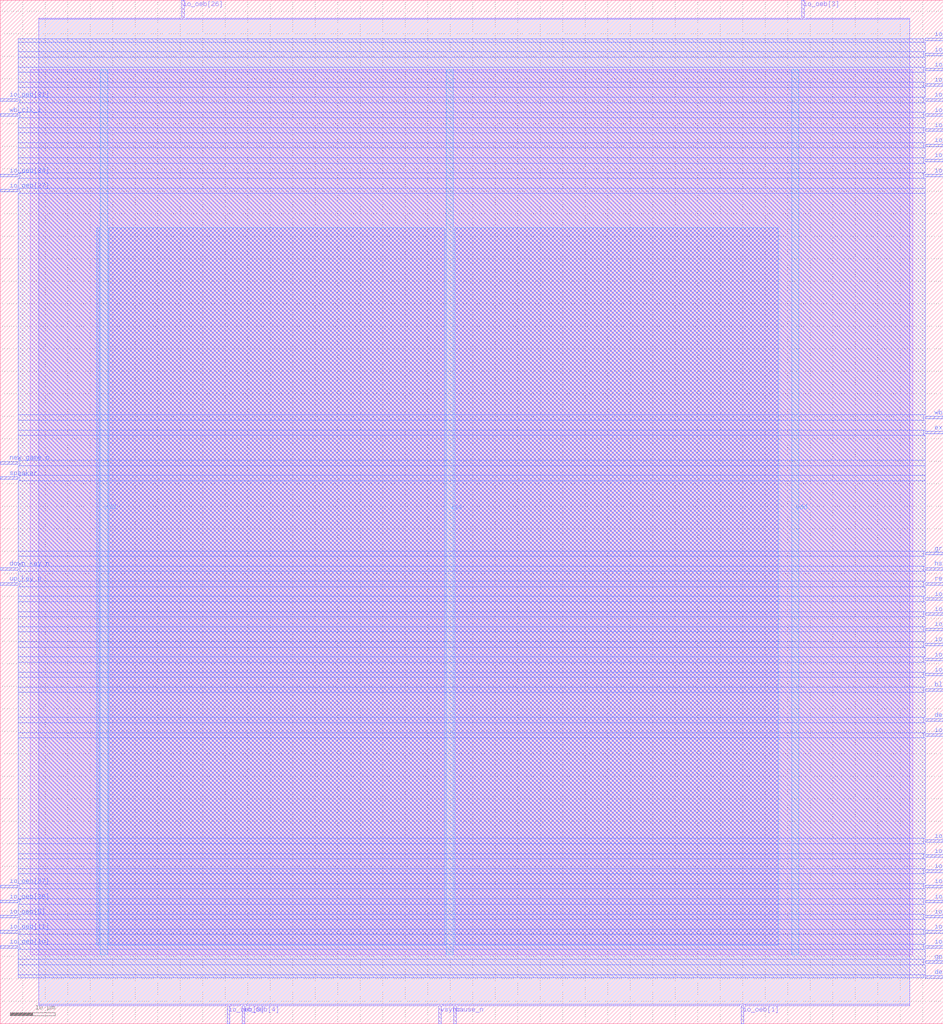
<source format=lef>
VERSION 5.7 ;
  NOWIREEXTENSIONATPIN ON ;
  DIVIDERCHAR "/" ;
  BUSBITCHARS "[]" ;
MACRO solo_squash_caravel_gf180
  CLASS BLOCK ;
  FOREIGN solo_squash_caravel_gf180 ;
  ORIGIN 0.000 0.000 ;
  SIZE 209.505 BY 227.425 ;
  PIN blue
    DIRECTION OUTPUT TRISTATE ;
    USE SIGNAL ;
    ANTENNADIFFAREA 2.080400 ;
    PORT
      LAYER Metal3 ;
        RECT 205.505 73.920 209.505 74.480 ;
    END
  END blue
  PIN debug_design_reset
    DIRECTION OUTPUT TRISTATE ;
    USE SIGNAL ;
    ANTENNADIFFAREA 1.986000 ;
    PORT
      LAYER Metal3 ;
        RECT 205.505 67.200 209.505 67.760 ;
    END
  END debug_design_reset
  PIN debug_gpio_ready
    DIRECTION OUTPUT TRISTATE ;
    USE SIGNAL ;
    ANTENNADIFFAREA 2.080400 ;
    PORT
      LAYER Metal3 ;
        RECT 205.505 10.080 209.505 10.640 ;
    END
  END debug_gpio_ready
  PIN down_key_n
    DIRECTION INPUT ;
    USE SIGNAL ;
    ANTENNAGATEAREA 0.741000 ;
    ANTENNADIFFAREA 0.410400 ;
    PORT
      LAYER Metal3 ;
        RECT 0.000 100.800 4.000 101.360 ;
    END
  END down_key_n
  PIN ext_reset_n
    DIRECTION INPUT ;
    USE SIGNAL ;
    ANTENNAGATEAREA 0.741000 ;
    ANTENNADIFFAREA 0.410400 ;
    PORT
      LAYER Metal3 ;
        RECT 205.505 131.040 209.505 131.600 ;
    END
  END ext_reset_n
  PIN gpio_ready
    DIRECTION INPUT ;
    USE SIGNAL ;
    ANTENNAGATEAREA 0.741000 ;
    ANTENNADIFFAREA 0.410400 ;
    PORT
      LAYER Metal3 ;
        RECT 205.505 13.440 209.505 14.000 ;
    END
  END gpio_ready
  PIN green
    DIRECTION OUTPUT TRISTATE ;
    USE SIGNAL ;
    ANTENNADIFFAREA 1.986000 ;
    PORT
      LAYER Metal3 ;
        RECT 205.505 104.160 209.505 104.720 ;
    END
  END green
  PIN hsync
    DIRECTION OUTPUT TRISTATE ;
    USE SIGNAL ;
    ANTENNADIFFAREA 2.080400 ;
    PORT
      LAYER Metal3 ;
        RECT 205.505 100.800 209.505 101.360 ;
    END
  END hsync
  PIN io_oeb[0]
    DIRECTION OUTPUT TRISTATE ;
    USE SIGNAL ;
    ANTENNADIFFAREA 0.536800 ;
    PORT
      LAYER Metal3 ;
        RECT 205.505 218.400 209.505 218.960 ;
    END
  END io_oeb[0]
  PIN io_oeb[10]
    DIRECTION OUTPUT TRISTATE ;
    USE SIGNAL ;
    ANTENNADIFFAREA 0.536800 ;
    PORT
      LAYER Metal3 ;
        RECT 0.000 16.800 4.000 17.360 ;
    END
  END io_oeb[10]
  PIN io_oeb[11]
    DIRECTION OUTPUT TRISTATE ;
    USE SIGNAL ;
    ANTENNADIFFAREA 0.536800 ;
    PORT
      LAYER Metal3 ;
        RECT 0.000 20.160 4.000 20.720 ;
    END
  END io_oeb[11]
  PIN io_oeb[12]
    DIRECTION OUTPUT TRISTATE ;
    USE SIGNAL ;
    ANTENNADIFFAREA 0.536800 ;
    PORT
      LAYER Metal3 ;
        RECT 205.505 201.600 209.505 202.160 ;
    END
  END io_oeb[12]
  PIN io_oeb[13]
    DIRECTION OUTPUT TRISTATE ;
    USE SIGNAL ;
    ANTENNADIFFAREA 2.080400 ;
    PORT
      LAYER Metal3 ;
        RECT 205.505 77.280 209.505 77.840 ;
    END
  END io_oeb[13]
  PIN io_oeb[14]
    DIRECTION OUTPUT TRISTATE ;
    USE SIGNAL ;
    ANTENNADIFFAREA 2.080400 ;
    PORT
      LAYER Metal3 ;
        RECT 205.505 87.360 209.505 87.920 ;
    END
  END io_oeb[14]
  PIN io_oeb[15]
    DIRECTION OUTPUT TRISTATE ;
    USE SIGNAL ;
    ANTENNADIFFAREA 2.080400 ;
    PORT
      LAYER Metal3 ;
        RECT 205.505 90.720 209.505 91.280 ;
    END
  END io_oeb[15]
  PIN io_oeb[16]
    DIRECTION OUTPUT TRISTATE ;
    USE SIGNAL ;
    ANTENNADIFFAREA 2.080400 ;
    PORT
      LAYER Metal3 ;
        RECT 205.505 84.000 209.505 84.560 ;
    END
  END io_oeb[16]
  PIN io_oeb[17]
    DIRECTION OUTPUT TRISTATE ;
    USE SIGNAL ;
    ANTENNADIFFAREA 2.080400 ;
    PORT
      LAYER Metal3 ;
        RECT 205.505 94.080 209.505 94.640 ;
    END
  END io_oeb[17]
  PIN io_oeb[18]
    DIRECTION OUTPUT TRISTATE ;
    USE SIGNAL ;
    ANTENNADIFFAREA 1.986000 ;
    PORT
      LAYER Metal3 ;
        RECT 205.505 80.640 209.505 81.200 ;
    END
  END io_oeb[18]
  PIN io_oeb[19]
    DIRECTION OUTPUT TRISTATE ;
    USE SIGNAL ;
    ANTENNADIFFAREA 0.360800 ;
    PORT
      LAYER Metal3 ;
        RECT 205.505 16.800 209.505 17.360 ;
    END
  END io_oeb[19]
  PIN io_oeb[1]
    DIRECTION OUTPUT TRISTATE ;
    USE SIGNAL ;
    ANTENNADIFFAREA 0.536800 ;
    PORT
      LAYER Metal2 ;
        RECT 164.640 0.000 165.200 4.000 ;
    END
  END io_oeb[1]
  PIN io_oeb[20]
    DIRECTION OUTPUT TRISTATE ;
    USE SIGNAL ;
    ANTENNADIFFAREA 0.360800 ;
    PORT
      LAYER Metal3 ;
        RECT 205.505 20.160 209.505 20.720 ;
    END
  END io_oeb[20]
  PIN io_oeb[21]
    DIRECTION OUTPUT TRISTATE ;
    USE SIGNAL ;
    ANTENNADIFFAREA 0.536800 ;
    PORT
      LAYER Metal3 ;
        RECT 205.505 63.840 209.505 64.400 ;
    END
  END io_oeb[21]
  PIN io_oeb[22]
    DIRECTION OUTPUT TRISTATE ;
    USE SIGNAL ;
    ANTENNADIFFAREA 0.536800 ;
    PORT
      LAYER Metal3 ;
        RECT 205.505 215.040 209.505 215.600 ;
    END
  END io_oeb[22]
  PIN io_oeb[23]
    DIRECTION OUTPUT TRISTATE ;
    USE SIGNAL ;
    ANTENNADIFFAREA 0.536800 ;
    PORT
      LAYER Metal3 ;
        RECT 205.505 40.320 209.505 40.880 ;
    END
  END io_oeb[23]
  PIN io_oeb[24]
    DIRECTION OUTPUT TRISTATE ;
    USE SIGNAL ;
    ANTENNADIFFAREA 0.536800 ;
    PORT
      LAYER Metal3 ;
        RECT 205.505 204.960 209.505 205.520 ;
    END
  END io_oeb[24]
  PIN io_oeb[25]
    DIRECTION OUTPUT TRISTATE ;
    USE SIGNAL ;
    ANTENNADIFFAREA 0.536800 ;
    PORT
      LAYER Metal3 ;
        RECT 205.505 36.960 209.505 37.520 ;
    END
  END io_oeb[25]
  PIN io_oeb[26]
    DIRECTION OUTPUT TRISTATE ;
    USE SIGNAL ;
    ANTENNADIFFAREA 0.536800 ;
    PORT
      LAYER Metal2 ;
        RECT 40.320 223.425 40.880 227.425 ;
    END
  END io_oeb[26]
  PIN io_oeb[27]
    DIRECTION OUTPUT TRISTATE ;
    USE SIGNAL ;
    ANTENNADIFFAREA 0.536800 ;
    PORT
      LAYER Metal3 ;
        RECT 0.000 184.800 4.000 185.360 ;
    END
  END io_oeb[27]
  PIN io_oeb[28]
    DIRECTION OUTPUT TRISTATE ;
    USE SIGNAL ;
    ANTENNADIFFAREA 0.536800 ;
    PORT
      LAYER Metal3 ;
        RECT 0.000 26.880 4.000 27.440 ;
    END
  END io_oeb[28]
  PIN io_oeb[29]
    DIRECTION OUTPUT TRISTATE ;
    USE SIGNAL ;
    ANTENNADIFFAREA 0.536800 ;
    PORT
      LAYER Metal3 ;
        RECT 205.505 198.240 209.505 198.800 ;
    END
  END io_oeb[29]
  PIN io_oeb[2]
    DIRECTION OUTPUT TRISTATE ;
    USE SIGNAL ;
    ANTENNADIFFAREA 0.536800 ;
    PORT
      LAYER Metal3 ;
        RECT 205.505 211.680 209.505 212.240 ;
    END
  END io_oeb[2]
  PIN io_oeb[30]
    DIRECTION OUTPUT TRISTATE ;
    USE SIGNAL ;
    ANTENNADIFFAREA 0.536800 ;
    PORT
      LAYER Metal3 ;
        RECT 205.505 26.880 209.505 27.440 ;
    END
  END io_oeb[30]
  PIN io_oeb[31]
    DIRECTION OUTPUT TRISTATE ;
    USE SIGNAL ;
    ANTENNADIFFAREA 0.536800 ;
    PORT
      LAYER Metal3 ;
        RECT 0.000 204.960 4.000 205.520 ;
    END
  END io_oeb[31]
  PIN io_oeb[32]
    DIRECTION OUTPUT TRISTATE ;
    USE SIGNAL ;
    ANTENNADIFFAREA 0.536800 ;
    PORT
      LAYER Metal3 ;
        RECT 205.505 191.520 209.505 192.080 ;
    END
  END io_oeb[32]
  PIN io_oeb[33]
    DIRECTION OUTPUT TRISTATE ;
    USE SIGNAL ;
    ANTENNADIFFAREA 0.536800 ;
    PORT
      LAYER Metal3 ;
        RECT 205.505 208.320 209.505 208.880 ;
    END
  END io_oeb[33]
  PIN io_oeb[34]
    DIRECTION OUTPUT TRISTATE ;
    USE SIGNAL ;
    ANTENNADIFFAREA 0.536800 ;
    PORT
      LAYER Metal3 ;
        RECT 0.000 188.160 4.000 188.720 ;
    END
  END io_oeb[34]
  PIN io_oeb[35]
    DIRECTION OUTPUT TRISTATE ;
    USE SIGNAL ;
    ANTENNADIFFAREA 0.536800 ;
    PORT
      LAYER Metal3 ;
        RECT 205.505 194.880 209.505 195.440 ;
    END
  END io_oeb[35]
  PIN io_oeb[36]
    DIRECTION OUTPUT TRISTATE ;
    USE SIGNAL ;
    ANTENNADIFFAREA 0.536800 ;
    PORT
      LAYER Metal3 ;
        RECT 205.505 188.160 209.505 188.720 ;
    END
  END io_oeb[36]
  PIN io_oeb[37]
    DIRECTION OUTPUT TRISTATE ;
    USE SIGNAL ;
    ANTENNADIFFAREA 0.536800 ;
    PORT
      LAYER Metal3 ;
        RECT 0.000 30.240 4.000 30.800 ;
    END
  END io_oeb[37]
  PIN io_oeb[3]
    DIRECTION OUTPUT TRISTATE ;
    USE SIGNAL ;
    ANTENNADIFFAREA 0.536800 ;
    PORT
      LAYER Metal2 ;
        RECT 178.080 223.425 178.640 227.425 ;
    END
  END io_oeb[3]
  PIN io_oeb[4]
    DIRECTION OUTPUT TRISTATE ;
    USE SIGNAL ;
    ANTENNADIFFAREA 0.536800 ;
    PORT
      LAYER Metal2 ;
        RECT 53.760 0.000 54.320 4.000 ;
    END
  END io_oeb[4]
  PIN io_oeb[5]
    DIRECTION OUTPUT TRISTATE ;
    USE SIGNAL ;
    ANTENNADIFFAREA 0.536800 ;
    PORT
      LAYER Metal3 ;
        RECT 0.000 23.520 4.000 24.080 ;
    END
  END io_oeb[5]
  PIN io_oeb[6]
    DIRECTION OUTPUT TRISTATE ;
    USE SIGNAL ;
    ANTENNADIFFAREA 0.536800 ;
    PORT
      LAYER Metal3 ;
        RECT 205.505 23.520 209.505 24.080 ;
    END
  END io_oeb[6]
  PIN io_oeb[7]
    DIRECTION OUTPUT TRISTATE ;
    USE SIGNAL ;
    ANTENNADIFFAREA 0.536800 ;
    PORT
      LAYER Metal3 ;
        RECT 205.505 30.240 209.505 30.800 ;
    END
  END io_oeb[7]
  PIN io_oeb[8]
    DIRECTION OUTPUT TRISTATE ;
    USE SIGNAL ;
    ANTENNADIFFAREA 0.536800 ;
    PORT
      LAYER Metal2 ;
        RECT 50.400 0.000 50.960 4.000 ;
    END
  END io_oeb[8]
  PIN io_oeb[9]
    DIRECTION OUTPUT TRISTATE ;
    USE SIGNAL ;
    ANTENNADIFFAREA 0.536800 ;
    PORT
      LAYER Metal3 ;
        RECT 205.505 33.600 209.505 34.160 ;
    END
  END io_oeb[9]
  PIN new_game_n
    DIRECTION INPUT ;
    USE SIGNAL ;
    ANTENNAGATEAREA 0.498500 ;
    ANTENNADIFFAREA 0.410400 ;
    PORT
      LAYER Metal3 ;
        RECT 0.000 124.320 4.000 124.880 ;
    END
  END new_game_n
  PIN pause_n
    DIRECTION INPUT ;
    USE SIGNAL ;
    ANTENNAGATEAREA 0.741000 ;
    ANTENNADIFFAREA 0.410400 ;
    PORT
      LAYER Metal2 ;
        RECT 100.800 0.000 101.360 4.000 ;
    END
  END pause_n
  PIN red
    DIRECTION OUTPUT TRISTATE ;
    USE SIGNAL ;
    ANTENNADIFFAREA 1.986000 ;
    PORT
      LAYER Metal3 ;
        RECT 205.505 97.440 209.505 98.000 ;
    END
  END red
  PIN speaker
    DIRECTION OUTPUT TRISTATE ;
    USE SIGNAL ;
    ANTENNADIFFAREA 1.986000 ;
    PORT
      LAYER Metal3 ;
        RECT 0.000 120.960 4.000 121.520 ;
    END
  END speaker
  PIN up_key_n
    DIRECTION INPUT ;
    USE SIGNAL ;
    ANTENNAGATEAREA 0.741000 ;
    ANTENNADIFFAREA 0.410400 ;
    PORT
      LAYER Metal3 ;
        RECT 0.000 97.440 4.000 98.000 ;
    END
  END up_key_n
  PIN vdd
    DIRECTION INOUT ;
    USE POWER ;
    PORT
      LAYER Metal4 ;
        RECT 22.240 15.380 23.840 211.980 ;
    END
    PORT
      LAYER Metal4 ;
        RECT 175.840 15.380 177.440 211.980 ;
    END
  END vdd
  PIN vss
    DIRECTION INOUT ;
    USE GROUND ;
    PORT
      LAYER Metal4 ;
        RECT 99.040 15.380 100.640 211.980 ;
    END
  END vss
  PIN vsync
    DIRECTION OUTPUT TRISTATE ;
    USE SIGNAL ;
    ANTENNADIFFAREA 2.080400 ;
    PORT
      LAYER Metal2 ;
        RECT 97.440 0.000 98.000 4.000 ;
    END
  END vsync
  PIN wb_clk_i
    DIRECTION INPUT ;
    USE SIGNAL ;
    ANTENNAGATEAREA 4.738000 ;
    ANTENNADIFFAREA 0.410400 ;
    PORT
      LAYER Metal3 ;
        RECT 0.000 201.600 4.000 202.160 ;
    END
  END wb_clk_i
  PIN wb_rst_i
    DIRECTION INPUT ;
    USE SIGNAL ;
    ANTENNAGATEAREA 0.741000 ;
    ANTENNADIFFAREA 0.410400 ;
    PORT
      LAYER Metal3 ;
        RECT 205.505 134.400 209.505 134.960 ;
    END
  END wb_rst_i
  OBS
      LAYER Metal1 ;
        RECT 6.720 15.380 202.720 211.980 ;
      LAYER Metal2 ;
        RECT 8.540 223.125 40.020 223.425 ;
        RECT 41.180 223.125 177.780 223.425 ;
        RECT 178.940 223.125 202.020 223.425 ;
        RECT 8.540 4.300 202.020 223.125 ;
        RECT 8.540 4.000 50.100 4.300 ;
        RECT 51.260 4.000 53.460 4.300 ;
        RECT 54.620 4.000 97.140 4.300 ;
        RECT 98.300 4.000 100.500 4.300 ;
        RECT 101.660 4.000 164.340 4.300 ;
        RECT 165.500 4.000 202.020 4.300 ;
      LAYER Metal3 ;
        RECT 4.000 218.100 205.205 218.820 ;
        RECT 4.000 215.900 205.505 218.100 ;
        RECT 4.000 214.740 205.205 215.900 ;
        RECT 4.000 212.540 205.505 214.740 ;
        RECT 4.000 211.380 205.205 212.540 ;
        RECT 4.000 209.180 205.505 211.380 ;
        RECT 4.000 208.020 205.205 209.180 ;
        RECT 4.000 205.820 205.505 208.020 ;
        RECT 4.300 204.660 205.205 205.820 ;
        RECT 4.000 202.460 205.505 204.660 ;
        RECT 4.300 201.300 205.205 202.460 ;
        RECT 4.000 199.100 205.505 201.300 ;
        RECT 4.000 197.940 205.205 199.100 ;
        RECT 4.000 195.740 205.505 197.940 ;
        RECT 4.000 194.580 205.205 195.740 ;
        RECT 4.000 192.380 205.505 194.580 ;
        RECT 4.000 191.220 205.205 192.380 ;
        RECT 4.000 189.020 205.505 191.220 ;
        RECT 4.300 187.860 205.205 189.020 ;
        RECT 4.000 185.660 205.505 187.860 ;
        RECT 4.300 184.500 205.505 185.660 ;
        RECT 4.000 135.260 205.505 184.500 ;
        RECT 4.000 134.100 205.205 135.260 ;
        RECT 4.000 131.900 205.505 134.100 ;
        RECT 4.000 130.740 205.205 131.900 ;
        RECT 4.000 125.180 205.505 130.740 ;
        RECT 4.300 124.020 205.505 125.180 ;
        RECT 4.000 121.820 205.505 124.020 ;
        RECT 4.300 120.660 205.505 121.820 ;
        RECT 4.000 105.020 205.505 120.660 ;
        RECT 4.000 103.860 205.205 105.020 ;
        RECT 4.000 101.660 205.505 103.860 ;
        RECT 4.300 100.500 205.205 101.660 ;
        RECT 4.000 98.300 205.505 100.500 ;
        RECT 4.300 97.140 205.205 98.300 ;
        RECT 4.000 94.940 205.505 97.140 ;
        RECT 4.000 93.780 205.205 94.940 ;
        RECT 4.000 91.580 205.505 93.780 ;
        RECT 4.000 90.420 205.205 91.580 ;
        RECT 4.000 88.220 205.505 90.420 ;
        RECT 4.000 87.060 205.205 88.220 ;
        RECT 4.000 84.860 205.505 87.060 ;
        RECT 4.000 83.700 205.205 84.860 ;
        RECT 4.000 81.500 205.505 83.700 ;
        RECT 4.000 80.340 205.205 81.500 ;
        RECT 4.000 78.140 205.505 80.340 ;
        RECT 4.000 76.980 205.205 78.140 ;
        RECT 4.000 74.780 205.505 76.980 ;
        RECT 4.000 73.620 205.205 74.780 ;
        RECT 4.000 68.060 205.505 73.620 ;
        RECT 4.000 66.900 205.205 68.060 ;
        RECT 4.000 64.700 205.505 66.900 ;
        RECT 4.000 63.540 205.205 64.700 ;
        RECT 4.000 41.180 205.505 63.540 ;
        RECT 4.000 40.020 205.205 41.180 ;
        RECT 4.000 37.820 205.505 40.020 ;
        RECT 4.000 36.660 205.205 37.820 ;
        RECT 4.000 34.460 205.505 36.660 ;
        RECT 4.000 33.300 205.205 34.460 ;
        RECT 4.000 31.100 205.505 33.300 ;
        RECT 4.300 29.940 205.205 31.100 ;
        RECT 4.000 27.740 205.505 29.940 ;
        RECT 4.300 26.580 205.205 27.740 ;
        RECT 4.000 24.380 205.505 26.580 ;
        RECT 4.300 23.220 205.205 24.380 ;
        RECT 4.000 21.020 205.505 23.220 ;
        RECT 4.300 19.860 205.205 21.020 ;
        RECT 4.000 17.660 205.505 19.860 ;
        RECT 4.300 16.500 205.205 17.660 ;
        RECT 4.000 14.300 205.505 16.500 ;
        RECT 4.000 13.140 205.205 14.300 ;
        RECT 4.000 10.940 205.505 13.140 ;
        RECT 4.000 10.220 205.205 10.940 ;
      LAYER Metal4 ;
        RECT 21.420 17.450 21.940 176.870 ;
        RECT 24.140 17.450 98.740 176.870 ;
        RECT 100.940 17.450 172.900 176.870 ;
  END
END solo_squash_caravel_gf180
END LIBRARY


</source>
